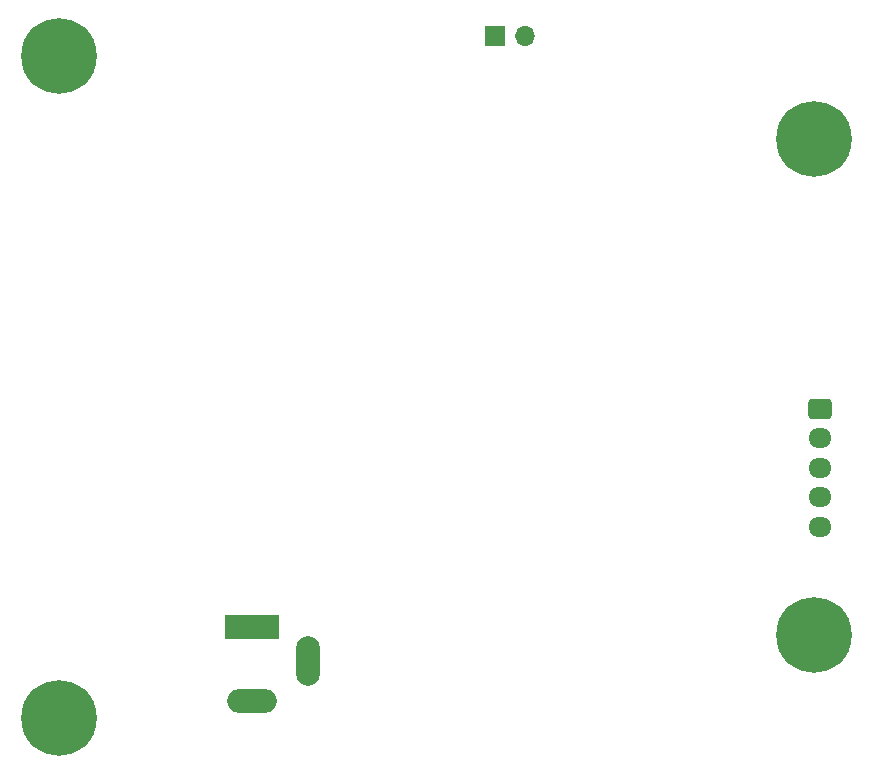
<source format=gbs>
%TF.GenerationSoftware,KiCad,Pcbnew,7.0.1*%
%TF.CreationDate,2023-04-29T01:50:32-04:00*%
%TF.ProjectId,PowerSection,506f7765-7253-4656-9374-696f6e2e6b69,rev?*%
%TF.SameCoordinates,Original*%
%TF.FileFunction,Soldermask,Bot*%
%TF.FilePolarity,Negative*%
%FSLAX46Y46*%
G04 Gerber Fmt 4.6, Leading zero omitted, Abs format (unit mm)*
G04 Created by KiCad (PCBNEW 7.0.1) date 2023-04-29 01:50:32*
%MOMM*%
%LPD*%
G01*
G04 APERTURE LIST*
G04 Aperture macros list*
%AMRoundRect*
0 Rectangle with rounded corners*
0 $1 Rounding radius*
0 $2 $3 $4 $5 $6 $7 $8 $9 X,Y pos of 4 corners*
0 Add a 4 corners polygon primitive as box body*
4,1,4,$2,$3,$4,$5,$6,$7,$8,$9,$2,$3,0*
0 Add four circle primitives for the rounded corners*
1,1,$1+$1,$2,$3*
1,1,$1+$1,$4,$5*
1,1,$1+$1,$6,$7*
1,1,$1+$1,$8,$9*
0 Add four rect primitives between the rounded corners*
20,1,$1+$1,$2,$3,$4,$5,0*
20,1,$1+$1,$4,$5,$6,$7,0*
20,1,$1+$1,$6,$7,$8,$9,0*
20,1,$1+$1,$8,$9,$2,$3,0*%
G04 Aperture macros list end*
%ADD10C,0.800000*%
%ADD11C,6.400000*%
%ADD12R,4.600000X2.000000*%
%ADD13O,4.200000X2.000000*%
%ADD14O,2.000000X4.200000*%
%ADD15RoundRect,0.250000X-0.725000X0.600000X-0.725000X-0.600000X0.725000X-0.600000X0.725000X0.600000X0*%
%ADD16O,1.950000X1.700000*%
%ADD17R,1.700000X1.700000*%
%ADD18O,1.700000X1.700000*%
G04 APERTURE END LIST*
D10*
%TO.C,H2*%
X99100000Y-49500000D03*
X99802944Y-47802944D03*
X99802944Y-51197056D03*
X101500000Y-47100000D03*
D11*
X101500000Y-49500000D03*
D10*
X101500000Y-51900000D03*
X103197056Y-47802944D03*
X103197056Y-51197056D03*
X103900000Y-49500000D03*
%TD*%
D12*
%TO.C,12V1*%
X117856000Y-97790000D03*
D13*
X117856000Y-104090000D03*
D14*
X122656000Y-100690000D03*
%TD*%
D10*
%TO.C,H3*%
X163100000Y-56500000D03*
X163802944Y-54802944D03*
X163802944Y-58197056D03*
X165500000Y-54100000D03*
D11*
X165500000Y-56500000D03*
D10*
X165500000Y-58900000D03*
X167197056Y-54802944D03*
X167197056Y-58197056D03*
X167900000Y-56500000D03*
%TD*%
D15*
%TO.C,J1*%
X165990000Y-79328000D03*
D16*
X165990000Y-81828000D03*
X165990000Y-84328000D03*
X165990000Y-86828000D03*
X165990000Y-89328000D03*
%TD*%
D17*
%TO.C,J2*%
X138430000Y-47752000D03*
D18*
X140970000Y-47752000D03*
%TD*%
D10*
%TO.C,H1*%
X99100000Y-105500000D03*
X99802944Y-103802944D03*
X99802944Y-107197056D03*
X101500000Y-103100000D03*
D11*
X101500000Y-105500000D03*
D10*
X101500000Y-107900000D03*
X103197056Y-103802944D03*
X103197056Y-107197056D03*
X103900000Y-105500000D03*
%TD*%
%TO.C,H4*%
X163100000Y-98500000D03*
X163802944Y-96802944D03*
X163802944Y-100197056D03*
X165500000Y-96100000D03*
D11*
X165500000Y-98500000D03*
D10*
X165500000Y-100900000D03*
X167197056Y-96802944D03*
X167197056Y-100197056D03*
X167900000Y-98500000D03*
%TD*%
M02*

</source>
